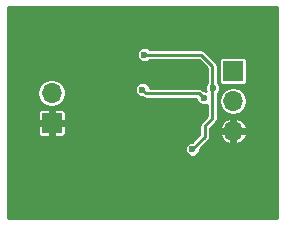
<source format=gbr>
G04 #@! TF.FileFunction,Copper,L2,Bot,Signal*
%FSLAX46Y46*%
G04 Gerber Fmt 4.6, Leading zero omitted, Abs format (unit mm)*
G04 Created by KiCad (PCBNEW 4.0.7) date 07/15/18 12:38:24*
%MOMM*%
%LPD*%
G01*
G04 APERTURE LIST*
%ADD10C,0.100000*%
%ADD11R,1.700000X1.700000*%
%ADD12O,1.700000X1.700000*%
%ADD13C,0.600000*%
%ADD14C,0.250000*%
%ADD15C,0.254000*%
G04 APERTURE END LIST*
D10*
D11*
X137744200Y-107820460D03*
D12*
X137744200Y-105280460D03*
D11*
X153116280Y-103418640D03*
D12*
X153116280Y-105958640D03*
X153116280Y-108498640D03*
D13*
X151378920Y-104866440D03*
X145592800Y-102026720D03*
X149656800Y-110032800D03*
X145430240Y-104993440D03*
X150632160Y-105704640D03*
D14*
X151378920Y-104866440D02*
X151340820Y-104866440D01*
X151340820Y-104866440D02*
X151378920Y-104866440D01*
X151378920Y-104866440D02*
X151340820Y-104866440D01*
X151340820Y-107434380D02*
X151340820Y-104866440D01*
X151340820Y-104866440D02*
X151340820Y-102979220D01*
X150388320Y-102026720D02*
X145592800Y-102026720D01*
X151340820Y-102979220D02*
X150388320Y-102026720D01*
X150713440Y-108061760D02*
X151340820Y-107434380D01*
X150713440Y-108976160D02*
X150713440Y-108061760D01*
X149656800Y-110032800D02*
X150713440Y-108976160D01*
X145755360Y-105318560D02*
X145430240Y-104993440D01*
X150246080Y-105318560D02*
X145755360Y-105318560D01*
X150632160Y-105704640D02*
X150246080Y-105318560D01*
D15*
G36*
X156824297Y-115876280D02*
X134074960Y-115876280D01*
X134074960Y-108081210D01*
X136559200Y-108081210D01*
X136559200Y-108737095D01*
X136610200Y-108860222D01*
X136704437Y-108954459D01*
X136827564Y-109005460D01*
X137483450Y-109005460D01*
X137567200Y-108921710D01*
X137567200Y-107997460D01*
X137921200Y-107997460D01*
X137921200Y-108921710D01*
X138004950Y-109005460D01*
X138660836Y-109005460D01*
X138783963Y-108954459D01*
X138878200Y-108860222D01*
X138929200Y-108737095D01*
X138929200Y-108081210D01*
X138845450Y-107997460D01*
X137921200Y-107997460D01*
X137567200Y-107997460D01*
X136642950Y-107997460D01*
X136559200Y-108081210D01*
X134074960Y-108081210D01*
X134074960Y-106903825D01*
X136559200Y-106903825D01*
X136559200Y-107559710D01*
X136642950Y-107643460D01*
X137567200Y-107643460D01*
X137567200Y-106719210D01*
X137921200Y-106719210D01*
X137921200Y-107643460D01*
X138845450Y-107643460D01*
X138929200Y-107559710D01*
X138929200Y-106903825D01*
X138878200Y-106780698D01*
X138783963Y-106686461D01*
X138660836Y-106635460D01*
X138004950Y-106635460D01*
X137921200Y-106719210D01*
X137567200Y-106719210D01*
X137483450Y-106635460D01*
X136827564Y-106635460D01*
X136704437Y-106686461D01*
X136610200Y-106780698D01*
X136559200Y-106903825D01*
X134074960Y-106903825D01*
X134074960Y-105280460D01*
X136535984Y-105280460D01*
X136626187Y-105733940D01*
X136883062Y-106118382D01*
X137267504Y-106375257D01*
X137720984Y-106465460D01*
X137767416Y-106465460D01*
X138220896Y-106375257D01*
X138605338Y-106118382D01*
X138862213Y-105733940D01*
X138952416Y-105280460D01*
X138920339Y-105119195D01*
X144795130Y-105119195D01*
X144891600Y-105352668D01*
X145070072Y-105531453D01*
X145303377Y-105628329D01*
X145414688Y-105628426D01*
X145430091Y-105643829D01*
X145579325Y-105743545D01*
X145755360Y-105778560D01*
X149997095Y-105778560D01*
X149997050Y-105830395D01*
X150093520Y-106063868D01*
X150271992Y-106242653D01*
X150505297Y-106339529D01*
X150757915Y-106339750D01*
X150880820Y-106288966D01*
X150880820Y-107243842D01*
X150388171Y-107736491D01*
X150288455Y-107885725D01*
X150275051Y-107953114D01*
X150253440Y-108061760D01*
X150253440Y-108785622D01*
X149641276Y-109397786D01*
X149531045Y-109397690D01*
X149297572Y-109494160D01*
X149118787Y-109672632D01*
X149021911Y-109905937D01*
X149021690Y-110158555D01*
X149118160Y-110392028D01*
X149296632Y-110570813D01*
X149529937Y-110667689D01*
X149782555Y-110667910D01*
X150016028Y-110571440D01*
X150194813Y-110392968D01*
X150291689Y-110159663D01*
X150291786Y-110048352D01*
X151038709Y-109301429D01*
X151138425Y-109152195D01*
X151173440Y-108976160D01*
X151173440Y-108856756D01*
X151986689Y-108856756D01*
X152064298Y-109044166D01*
X152353139Y-109405216D01*
X152758161Y-109628248D01*
X152939280Y-109586613D01*
X152939280Y-108675640D01*
X153293280Y-108675640D01*
X153293280Y-109586613D01*
X153474399Y-109628248D01*
X153879421Y-109405216D01*
X154168262Y-109044166D01*
X154245871Y-108856756D01*
X154203213Y-108675640D01*
X153293280Y-108675640D01*
X152939280Y-108675640D01*
X152029347Y-108675640D01*
X151986689Y-108856756D01*
X151173440Y-108856756D01*
X151173440Y-108252298D01*
X151285214Y-108140524D01*
X151986689Y-108140524D01*
X152029347Y-108321640D01*
X152939280Y-108321640D01*
X152939280Y-107410667D01*
X153293280Y-107410667D01*
X153293280Y-108321640D01*
X154203213Y-108321640D01*
X154245871Y-108140524D01*
X154168262Y-107953114D01*
X153879421Y-107592064D01*
X153474399Y-107369032D01*
X153293280Y-107410667D01*
X152939280Y-107410667D01*
X152758161Y-107369032D01*
X152353139Y-107592064D01*
X152064298Y-107953114D01*
X151986689Y-108140524D01*
X151285214Y-108140524D01*
X151666089Y-107759649D01*
X151765804Y-107610415D01*
X151765805Y-107610414D01*
X151800820Y-107434380D01*
X151800820Y-105958640D01*
X151908064Y-105958640D01*
X151998267Y-106412120D01*
X152255142Y-106796562D01*
X152639584Y-107053437D01*
X153093064Y-107143640D01*
X153139496Y-107143640D01*
X153592976Y-107053437D01*
X153977418Y-106796562D01*
X154234293Y-106412120D01*
X154324496Y-105958640D01*
X154234293Y-105505160D01*
X153977418Y-105120718D01*
X153592976Y-104863843D01*
X153139496Y-104773640D01*
X153093064Y-104773640D01*
X152639584Y-104863843D01*
X152255142Y-105120718D01*
X151998267Y-105505160D01*
X151908064Y-105958640D01*
X151800820Y-105958640D01*
X151800820Y-105342518D01*
X151916933Y-105226608D01*
X152013809Y-104993303D01*
X152014030Y-104740685D01*
X151917560Y-104507212D01*
X151800820Y-104390267D01*
X151800820Y-102979220D01*
X151765805Y-102803186D01*
X151666089Y-102653951D01*
X151580778Y-102568640D01*
X151924717Y-102568640D01*
X151924717Y-104268640D01*
X151948076Y-104392784D01*
X152021445Y-104506802D01*
X152133393Y-104583293D01*
X152266280Y-104610203D01*
X153966280Y-104610203D01*
X154090424Y-104586844D01*
X154204442Y-104513475D01*
X154280933Y-104401527D01*
X154307843Y-104268640D01*
X154307843Y-102568640D01*
X154284484Y-102444496D01*
X154211115Y-102330478D01*
X154099167Y-102253987D01*
X153966280Y-102227077D01*
X152266280Y-102227077D01*
X152142136Y-102250436D01*
X152028118Y-102323805D01*
X151951627Y-102435753D01*
X151924717Y-102568640D01*
X151580778Y-102568640D01*
X150713589Y-101701451D01*
X150564355Y-101601735D01*
X150388320Y-101566720D01*
X146030844Y-101566720D01*
X145952968Y-101488707D01*
X145719663Y-101391831D01*
X145467045Y-101391610D01*
X145233572Y-101488080D01*
X145054787Y-101666552D01*
X144957911Y-101899857D01*
X144957690Y-102152475D01*
X145054160Y-102385948D01*
X145232632Y-102564733D01*
X145465937Y-102661609D01*
X145718555Y-102661830D01*
X145952028Y-102565360D01*
X146030806Y-102486720D01*
X150197782Y-102486720D01*
X150880820Y-103169758D01*
X150880820Y-104466429D01*
X150840907Y-104506272D01*
X150744031Y-104739577D01*
X150743810Y-104992195D01*
X150779342Y-105078188D01*
X150759023Y-105069751D01*
X150647712Y-105069654D01*
X150571349Y-104993291D01*
X150422115Y-104893575D01*
X150246080Y-104858560D01*
X146061580Y-104858560D01*
X145968880Y-104634212D01*
X145790408Y-104455427D01*
X145557103Y-104358551D01*
X145304485Y-104358330D01*
X145071012Y-104454800D01*
X144892227Y-104633272D01*
X144795351Y-104866577D01*
X144795130Y-105119195D01*
X138920339Y-105119195D01*
X138862213Y-104826980D01*
X138605338Y-104442538D01*
X138220896Y-104185663D01*
X137767416Y-104095460D01*
X137720984Y-104095460D01*
X137267504Y-104185663D01*
X136883062Y-104442538D01*
X136626187Y-104826980D01*
X136535984Y-105280460D01*
X134074960Y-105280460D01*
X134074960Y-97976480D01*
X156784342Y-97976480D01*
X156824297Y-115876280D01*
X156824297Y-115876280D01*
G37*
X156824297Y-115876280D02*
X134074960Y-115876280D01*
X134074960Y-108081210D01*
X136559200Y-108081210D01*
X136559200Y-108737095D01*
X136610200Y-108860222D01*
X136704437Y-108954459D01*
X136827564Y-109005460D01*
X137483450Y-109005460D01*
X137567200Y-108921710D01*
X137567200Y-107997460D01*
X137921200Y-107997460D01*
X137921200Y-108921710D01*
X138004950Y-109005460D01*
X138660836Y-109005460D01*
X138783963Y-108954459D01*
X138878200Y-108860222D01*
X138929200Y-108737095D01*
X138929200Y-108081210D01*
X138845450Y-107997460D01*
X137921200Y-107997460D01*
X137567200Y-107997460D01*
X136642950Y-107997460D01*
X136559200Y-108081210D01*
X134074960Y-108081210D01*
X134074960Y-106903825D01*
X136559200Y-106903825D01*
X136559200Y-107559710D01*
X136642950Y-107643460D01*
X137567200Y-107643460D01*
X137567200Y-106719210D01*
X137921200Y-106719210D01*
X137921200Y-107643460D01*
X138845450Y-107643460D01*
X138929200Y-107559710D01*
X138929200Y-106903825D01*
X138878200Y-106780698D01*
X138783963Y-106686461D01*
X138660836Y-106635460D01*
X138004950Y-106635460D01*
X137921200Y-106719210D01*
X137567200Y-106719210D01*
X137483450Y-106635460D01*
X136827564Y-106635460D01*
X136704437Y-106686461D01*
X136610200Y-106780698D01*
X136559200Y-106903825D01*
X134074960Y-106903825D01*
X134074960Y-105280460D01*
X136535984Y-105280460D01*
X136626187Y-105733940D01*
X136883062Y-106118382D01*
X137267504Y-106375257D01*
X137720984Y-106465460D01*
X137767416Y-106465460D01*
X138220896Y-106375257D01*
X138605338Y-106118382D01*
X138862213Y-105733940D01*
X138952416Y-105280460D01*
X138920339Y-105119195D01*
X144795130Y-105119195D01*
X144891600Y-105352668D01*
X145070072Y-105531453D01*
X145303377Y-105628329D01*
X145414688Y-105628426D01*
X145430091Y-105643829D01*
X145579325Y-105743545D01*
X145755360Y-105778560D01*
X149997095Y-105778560D01*
X149997050Y-105830395D01*
X150093520Y-106063868D01*
X150271992Y-106242653D01*
X150505297Y-106339529D01*
X150757915Y-106339750D01*
X150880820Y-106288966D01*
X150880820Y-107243842D01*
X150388171Y-107736491D01*
X150288455Y-107885725D01*
X150275051Y-107953114D01*
X150253440Y-108061760D01*
X150253440Y-108785622D01*
X149641276Y-109397786D01*
X149531045Y-109397690D01*
X149297572Y-109494160D01*
X149118787Y-109672632D01*
X149021911Y-109905937D01*
X149021690Y-110158555D01*
X149118160Y-110392028D01*
X149296632Y-110570813D01*
X149529937Y-110667689D01*
X149782555Y-110667910D01*
X150016028Y-110571440D01*
X150194813Y-110392968D01*
X150291689Y-110159663D01*
X150291786Y-110048352D01*
X151038709Y-109301429D01*
X151138425Y-109152195D01*
X151173440Y-108976160D01*
X151173440Y-108856756D01*
X151986689Y-108856756D01*
X152064298Y-109044166D01*
X152353139Y-109405216D01*
X152758161Y-109628248D01*
X152939280Y-109586613D01*
X152939280Y-108675640D01*
X153293280Y-108675640D01*
X153293280Y-109586613D01*
X153474399Y-109628248D01*
X153879421Y-109405216D01*
X154168262Y-109044166D01*
X154245871Y-108856756D01*
X154203213Y-108675640D01*
X153293280Y-108675640D01*
X152939280Y-108675640D01*
X152029347Y-108675640D01*
X151986689Y-108856756D01*
X151173440Y-108856756D01*
X151173440Y-108252298D01*
X151285214Y-108140524D01*
X151986689Y-108140524D01*
X152029347Y-108321640D01*
X152939280Y-108321640D01*
X152939280Y-107410667D01*
X153293280Y-107410667D01*
X153293280Y-108321640D01*
X154203213Y-108321640D01*
X154245871Y-108140524D01*
X154168262Y-107953114D01*
X153879421Y-107592064D01*
X153474399Y-107369032D01*
X153293280Y-107410667D01*
X152939280Y-107410667D01*
X152758161Y-107369032D01*
X152353139Y-107592064D01*
X152064298Y-107953114D01*
X151986689Y-108140524D01*
X151285214Y-108140524D01*
X151666089Y-107759649D01*
X151765804Y-107610415D01*
X151765805Y-107610414D01*
X151800820Y-107434380D01*
X151800820Y-105958640D01*
X151908064Y-105958640D01*
X151998267Y-106412120D01*
X152255142Y-106796562D01*
X152639584Y-107053437D01*
X153093064Y-107143640D01*
X153139496Y-107143640D01*
X153592976Y-107053437D01*
X153977418Y-106796562D01*
X154234293Y-106412120D01*
X154324496Y-105958640D01*
X154234293Y-105505160D01*
X153977418Y-105120718D01*
X153592976Y-104863843D01*
X153139496Y-104773640D01*
X153093064Y-104773640D01*
X152639584Y-104863843D01*
X152255142Y-105120718D01*
X151998267Y-105505160D01*
X151908064Y-105958640D01*
X151800820Y-105958640D01*
X151800820Y-105342518D01*
X151916933Y-105226608D01*
X152013809Y-104993303D01*
X152014030Y-104740685D01*
X151917560Y-104507212D01*
X151800820Y-104390267D01*
X151800820Y-102979220D01*
X151765805Y-102803186D01*
X151666089Y-102653951D01*
X151580778Y-102568640D01*
X151924717Y-102568640D01*
X151924717Y-104268640D01*
X151948076Y-104392784D01*
X152021445Y-104506802D01*
X152133393Y-104583293D01*
X152266280Y-104610203D01*
X153966280Y-104610203D01*
X154090424Y-104586844D01*
X154204442Y-104513475D01*
X154280933Y-104401527D01*
X154307843Y-104268640D01*
X154307843Y-102568640D01*
X154284484Y-102444496D01*
X154211115Y-102330478D01*
X154099167Y-102253987D01*
X153966280Y-102227077D01*
X152266280Y-102227077D01*
X152142136Y-102250436D01*
X152028118Y-102323805D01*
X151951627Y-102435753D01*
X151924717Y-102568640D01*
X151580778Y-102568640D01*
X150713589Y-101701451D01*
X150564355Y-101601735D01*
X150388320Y-101566720D01*
X146030844Y-101566720D01*
X145952968Y-101488707D01*
X145719663Y-101391831D01*
X145467045Y-101391610D01*
X145233572Y-101488080D01*
X145054787Y-101666552D01*
X144957911Y-101899857D01*
X144957690Y-102152475D01*
X145054160Y-102385948D01*
X145232632Y-102564733D01*
X145465937Y-102661609D01*
X145718555Y-102661830D01*
X145952028Y-102565360D01*
X146030806Y-102486720D01*
X150197782Y-102486720D01*
X150880820Y-103169758D01*
X150880820Y-104466429D01*
X150840907Y-104506272D01*
X150744031Y-104739577D01*
X150743810Y-104992195D01*
X150779342Y-105078188D01*
X150759023Y-105069751D01*
X150647712Y-105069654D01*
X150571349Y-104993291D01*
X150422115Y-104893575D01*
X150246080Y-104858560D01*
X146061580Y-104858560D01*
X145968880Y-104634212D01*
X145790408Y-104455427D01*
X145557103Y-104358551D01*
X145304485Y-104358330D01*
X145071012Y-104454800D01*
X144892227Y-104633272D01*
X144795351Y-104866577D01*
X144795130Y-105119195D01*
X138920339Y-105119195D01*
X138862213Y-104826980D01*
X138605338Y-104442538D01*
X138220896Y-104185663D01*
X137767416Y-104095460D01*
X137720984Y-104095460D01*
X137267504Y-104185663D01*
X136883062Y-104442538D01*
X136626187Y-104826980D01*
X136535984Y-105280460D01*
X134074960Y-105280460D01*
X134074960Y-97976480D01*
X156784342Y-97976480D01*
X156824297Y-115876280D01*
M02*

</source>
